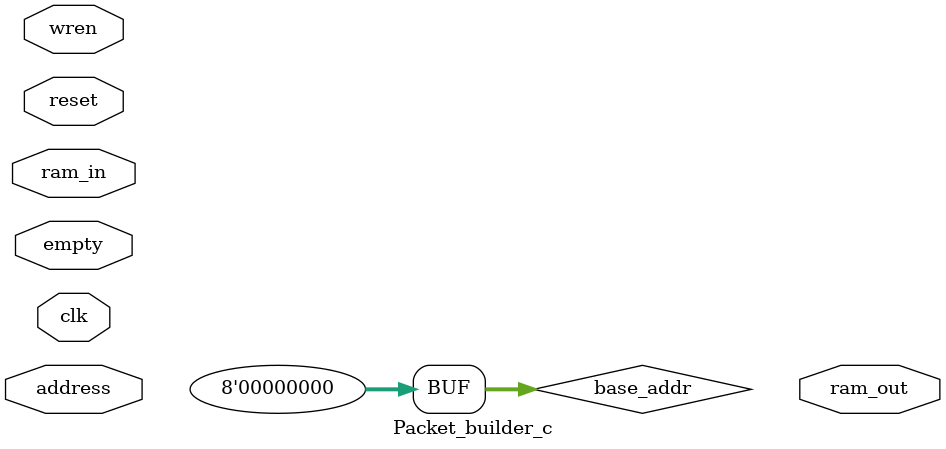
<source format=sv>
/*Want to create a full packet, which is the Ethernet, IP, and TCP headers combined */

module Packet_builder_c( input logic clk,
input logic reset,
input logic [8:0] address,
input logic [31:0] ram_in,
output logic [31:0] ram_out,
input logic wren,
input logic [8:0] empty);

logic [8:0] addr;
logic [475:0] packet; /*Need to add on payload still..*/
logic [287:0] RAM_stored_header_data; /*stores the 32 (32x9 bits) bytes of 1 record*/
logic [2:0] state;

logic valid_bit_high_tx;

//logic last_record;
//assign last_record = (base_addr == 8'd224);

//will instantiate within the TOE (but right now RAM?)-> values are passed into PB
//RAM2 connection_RAM (.address (addr[7:0]), .clock (clk), .data(ram_in), .wren(wren), .q(ram_out));

/* States of the high-level automata */
//enum logic [2:0] {hl_IDLE, hl_SEARCHING, hl_CHECKING, hl_DONE} hl_state;
parameter hl_IDLE=3'b000;
parameter hl_SEARCHING=3'b001;
parameter hl_CHECKING=3'b010;
parameter hl_EXTRA=3'b011;
/*States of second-level automata */
enum logic [4:0] {idle, continue_one, continue_two, continue_three, continue_four, continue_five, continue_six, continue_seven, continue_eight, done} current_state;

/*****************THIS PORTION OF THE CODE GATHERS DATA FROM THE RAM**************************************************/

logic [7:0] base_addr;
logic unlock;
logic valid_bit_high;

//always_comb
always@*
begin
	base_addr=7'd0;
	//state<=2'b00;
		case(current_state)
			idle: addr=base_addr;
			continue_one: addr=base_addr+7'd1;
			continue_two: addr=base_addr+7'd2;
			continue_three: addr=base_addr+7'd3;
			continue_four: addr=base_addr+7'd4;
			continue_five: addr=base_addr+7'd5;
			continue_six: addr=base_addr+7'd6;
			continue_seven: addr=base_addr+7'd7;
			default:addr=base_addr;
		endcase
end

/*for the purpose of checking just valid*/
always_ff@(posedge clk)
	begin
	
		if(wren)// && current_state==done)//&& unlock==1) /*while ramsearcher is writing into ram*/
			begin
				//hl_state<=hl_IDLE;
				state<=hl_IDLE;
				//lock=1;
				//unlock<=0;
			end
		else
			begin /*ramsearcher is done writing into ram, so check*/
			valid_bit_high <=1'b0;
			//lock=0;
			
				case (state)
					
					hl_IDLE :
						begin
							//valid_bit_high <=1'b0;
							//state<=state+1;
							//lock=1;
							//case(state)
								//3'b01 : hl_state <= hl_SEARCHING;
								//3'b10 : hl_state <= hl_CHECKING;
								//3'b11 : hl_state <=hl_DONE;
								//default : hl_state <= hl_IDLE;
							//endcase
							state<=hl_SEARCHING;
						end
					hl_SEARCHING:
						begin
							RAM_stored_header_data[287:256] <=ram_in[31:0]; /*Grabbing just the valid bit*/
							state<=hl_CHECKING;
							//lock=1;
						end
					hl_CHECKING:
						begin
							if(RAM_stored_header_data[256]==1) /*The valid bit is set high, so continue with operation*/
								begin
									valid_bit_high<=1'b1;
									//valid_bit_high_tx<=valid_bit_high;
									state<=hl_EXTRA;
									//lock<=1;
									end
									else
									begin
								state<=hl_IDLE;
								//valid_bit_high<=1'b1;
								end
									end
					hl_EXTRA:
							begin	
								valid_bit_high_tx<=valid_bit_high;
								state<=hl_IDLE;
								end
								
						//end
					//hl_DONE:
						//begin	
						//state<=3'b00;
						//unlock<=1;
						//end
				endcase
			end
	end

/*triggered by valid_bit_high*/
always_ff @ (posedge clk)
	begin
		
		if(valid_bit_high_tx==1'b0)// && (lock==0||secondlock==0))
			begin	
				current_state <= done;
			end
		else if(valid_bit_high_tx==1'b1) //address
			begin
				current_state <= idle;
				//lock=1;
				//RAM_stored_header_data <= 287'b0;
			//end
		//else
			//begin
				case(current_state)
					idle:
						begin
							//RAM_stored_header_data[287:256] <= ram_out[31:0]; /*This is the valid bit--check at start of next case*/	
							current_state <= continue_one;
							
						end	
					continue_one:
						begin
							RAM_stored_header_data[255:224] <= ram_in[31:0]; /*seq*/
							current_state <= continue_two;	
						end
					continue_two:
						begin
							RAM_stored_header_data[223:192] <= ram_in[31:0]; /*ack*/
							current_state <= continue_three;
						end
					continue_three:
						begin
							RAM_stored_header_data[191:160] <= ram_in[31:0]; /*ip_src*/
							current_state <= continue_four;
						end
					continue_four:
						begin
							RAM_stored_header_data[159:128] <= ram_in[31:0]; /*ip_dst*/
							current_state <= continue_five;
						end
					continue_five:
						begin
							RAM_stored_header_data[127:96] <= ram_in[31:0]; /*mac_src*/
							current_state <= continue_six;	
						end
					continue_six:
						begin
							RAM_stored_header_data[95:64] <= ram_in[31:0]; /*half mac_dst and half mac_src*/
							current_state <= continue_seven;	
						end
					continue_seven:
						begin
							RAM_stored_header_data[63:32] <= ram_in[31:0]; /*mac_dst*/
							current_state <= continue_eight;	
						end
					continue_eight:
						begin
							RAM_stored_header_data[31:0] <= ram_in[31:0]; /*src_port + dst_port*/
							current_state <= done;
							//lock=0;
						end
				endcase	
			end
	end


/*****************THIS PORTION OF THE CODE MAKES THE PACKET**************************************************/


/*Begin parsing and placing values into packet*/
always_comb
   begin
		if(current_state==done && RAM_stored_header_data!=287'b0)
			begin
/*-------Ethernet Header Fields----*/

				packet[475:428]<=RAM_stored_header_data[63:32] ; //mac_dst 48 bit
				packet[427:380]<=RAM_stored_header_data[95:64] ; //mac_src 48 bit
				packet[379:364]<=16'b0; //eth_type: 16 bits

/*-------IP Header Files----------*/
				packet[363:360]<=4'b0; //ip_ver: 4 bits
				packet[359:356]<=4'b0; //ip_hlen: 4 bits
				packet[355:348]<=8'b0; //ip_tos: 8 bits
				packet[347:332]<=16'b0; //ip_len: 16 bits
				packet[331:316]<=16'b0; //ip_id: 16 bits
				packet[315:300]<=16'b0; //ip_flag_frag_off: 16 bits	
				packet[299:292]<=8'b0; //ip_ttl: 8 bits
				packet[291:284]<=8'b0; //ip_protocol: 8 bits
				packet[283:268]<=16'b0; //ip_checksum: 16 bits
				packet[267:236] <= RAM_stored_header_data[159:128];//ip_src_addr: 32 bits
				packet[235:204] <= RAM_stored_header_data[127:96];//ip_dst_addr: 32 bits
				packet[203:172]<=32'b0; //ip_options: 32 bits

/*-------TCP Header Files----------*/
				packet[171:156]<=RAM_stored_header_data[15:0]; //srcport
				packet[155:140]<=RAM_stored_header_data[31:16]; //dstport
				packet[139:108] <= RAM_stored_header_data[223:192]; //tcp_seq_num: 32 bits
				packet[107:92]<=16'b0; //tcp_len: 16 bits
				packet[91:76]<=16'b0; //tcp_checksum: 16 bits
				packet[75:72]<=4'b0; //tcp_offset: 4 bits
				packet[71:56]<=16'b0;//tcp windowsize: 16 bits
				packet[55:24] <= RAM_stored_header_data[191:160]; //tcp_ack: 32 bits
				packet[23:20]<=4'b0; //tcpreserved: 4 bits
				packet[19:16]<=4'b0; //tcpflag 4 bits
				packet[15:0]<=16'b0;//tcppointer 16 bits
		end
	end
   

endmodule

</source>
